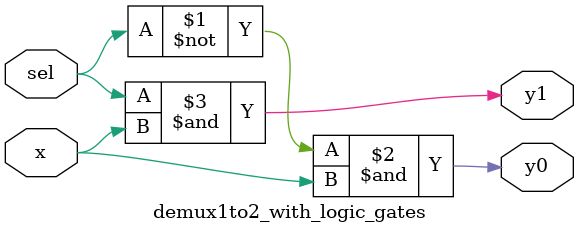
<source format=v>
`timescale 1ns / 1ps

module demux1to2_with_logic_gates (
    input  wire x,
    input  wire sel,
    output wire y0,
    output wire y1
);


  assign y0 = (~sel) & x;
  assign y1 = sel & x;

endmodule

</source>
